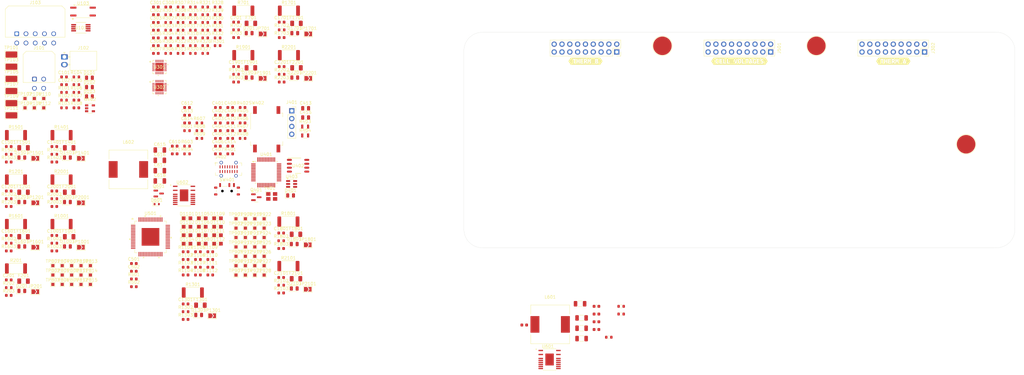
<source format=kicad_pcb>
(kicad_pcb (version 20241229) (generator "pcbnew") (generator_version "9.0")
  (layers (0 "F.Cu" signal) (4 "In1.Cu" signal) (6 "In2.Cu" signal) (2 "B.Cu" signal) (13 "F.Paste" user) (15 "B.Paste" user) (5 "F.SilkS" user "F.Silkscreen") (7 "B.SilkS" user "B.Silkscreen") (1 "F.Mask" user) (3 "B.Mask" user) (25 "Edge.Cuts" user))
  (net 0 "")
  (net 1 "/ADBMS1818/C1")
  (net 2 "Net-(U401-PF0)")
  (net 3 "Net-(U401-PF1)")
  (net 4 "Net-(C405-Pad1)")
  (net 5 "Net-(SW401-B)")
  (net 6 "Net-(C412-Pad2)")
  (net 7 "Net-(U501B-VREF2)")
  (net 8 "Net-(U501B-VREF1)")
  (net 9 "Net-(U601-TR{slash}SS)")
  (net 10 "Net-(U601-INT_Vcc)")
  (net 11 "Net-(U601-FB)")
  (net 12 "Net-(U601-BST)")
  (net 13 "Net-(U601-SW)")
  (net 14 "Net-(U602-TR{slash}SS)")
  (net 15 "Net-(U602-INT_Vcc)")
  (net 16 "Net-(U602-FB)")
  (net 17 "Net-(U602-BST)")
  (net 18 "Net-(U602-SW)")
  (net 19 "/ADBMS1818/C2")
  (net 20 "/ADBMS1818/C3")
  (net 21 "/ADBMS1818/C4")
  (net 22 "/ADBMS1818/C5")
  (net 23 "/ADBMS1818/C6")
  (net 24 "/ADBMS1818/C7")
  (net 25 "/ADBMS1818/C8")
  (net 26 "/ADBMS1818/C9")
  (net 27 "/ADBMS1818/C10")
  (net 28 "/ADBMS1818/C11")
  (net 29 "GND")
  (net 30 "+BATT")
  (net 31 "/ADBMS1818/C12")
  (net 32 "/ADBMS1818/C13")
  (net 33 "/ADBMS1818/C14")
  (net 34 "Net-(D101-K)")
  (net 35 "Net-(D102-K)")
  (net 36 "/BREAKER_OUT")
  (net 37 "Net-(D103-K)")
  (net 38 "Net-(D201-A)")
  (net 39 "Net-(D201-K)")
  (net 40 "Net-(D401-K)")
  (net 41 "Net-(D401-A)")
  (net 42 "Net-(D601-A)")
  (net 43 "Net-(D701-A)")
  (net 44 "Net-(D701-K)")
  (net 45 "Net-(D1001-K)")
  (net 46 "Net-(D1001-A)")
  (net 47 "Net-(D1101-K)")
  (net 48 "/STM32/OV")
  (net 49 "/THERM_B1")
  (net 50 "/THERM_A2")
  (net 51 "/STM32/CAN_COMS")
  (net 52 "Net-(D1102-K)")
  (net 53 "+3.3V")
  (net 54 "Net-(D1103-K)")
  (net 55 "/STM32/DEBUG1")
  (net 56 "/STM32/UV")
  (net 57 "Net-(D1104-K)")
  (net 58 "/STM32/MUX1_COMS")
  (net 59 "Net-(D1105-K)")
  (net 60 "/STM32/OT")
  (net 61 "Net-(D1106-K)")
  (net 62 "Net-(D1107-K)")
  (net 63 "/STM32/BMS_HEARTBEAT")
  (net 64 "Net-(D1108-K)")
  (net 65 "/THERM_A1")
  (net 66 "/STM32/MUX2_COMS")
  (net 67 "Net-(D1109-K)")
  (net 68 "/STM32/UT")
  (net 69 "Net-(D1110-K)")
  (net 70 "/STM32/ADBMS_COMS")
  (net 71 "/STM32/ERROR")
  (net 72 "Net-(D1111-K)")
  (net 73 "/STM32/USB_C_COMS")
  (net 74 "/THERM_B2")
  (net 75 "Net-(D1112-K)")
  (net 76 "Net-(D1201-K)")
  (net 77 "Net-(D1201-A)")
  (net 78 "Net-(D1301-K)")
  (net 79 "Net-(D1301-A)")
  (net 80 "Net-(D1401-K)")
  (net 81 "Net-(D1401-A)")
  (net 82 "Net-(D1501-K)")
  (net 83 "Net-(D1501-A)")
  (net 84 "Net-(D1601-A)")
  (net 85 "Net-(D1601-K)")
  (net 86 "Net-(D1701-K)")
  (net 87 "Net-(D1701-A)")
  (net 88 "Net-(D1801-A)")
  (net 89 "Net-(D1801-K)")
  (net 90 "Net-(D1901-K)")
  (net 91 "Net-(D1901-A)")
  (net 92 "Net-(D2001-A)")
  (net 93 "Net-(D2001-K)")
  (net 94 "Net-(D2101-A)")
  (net 95 "Net-(D2101-K)")
  (net 96 "Net-(D2201-A)")
  (net 97 "Net-(D2201-K)")
  (net 98 "/ADBMS1818/CELL14")
  (net 99 "/I_SENSE_-")
  (net 100 "/I_SENSE_+")
  (net 101 "/THERM_BUSBAR")
  (net 102 "/BMS_SD-")
  (net 103 "/CAN-")
  (net 104 "/ARMED")
  (net 105 "/BMS_SD+")
  (net 106 "/CAN+")
  (net 107 "/BMS_EN")
  (net 108 "/Thermistors/TH_3_A")
  (net 109 "/Thermistors/TH_2_C")
  (net 110 "+5V")
  (net 111 "/Thermistors/TH_2_A")
  (net 112 "/Thermistors/TH_1_D")
  (net 113 "/Thermistors/TH_4_B")
  (net 114 "/Thermistors/TH_2_B")
  (net 115 "/Thermistors/TH_4_D")
  (net 116 "/Thermistors/TH_1_B")
  (net 117 "/Thermistors/TH_3_C")
  (net 118 "/Thermistors/TH_1_A")
  (net 119 "/Thermistors/TH_3_D")
  (net 120 "/Thermistors/TH_3_B")
  (net 121 "/Thermistors/TH_1_C")
  (net 122 "/Thermistors/TH_4_A")
  (net 123 "/Thermistors/TH_4_C")
  (net 124 "/Thermistors/TH_2_D")
  (net 125 "/Thermistors/TH_5_A")
  (net 126 "/Thermistors/TH_6_B")
  (net 127 "/Thermistors/TH_6_D")
  (net 128 "/Thermistors/TH_5_C")
  (net 129 "/Thermistors/TH_5_D")
  (net 130 "/Thermistors/TH_7_C")
  (net 131 "/Thermistors/TH_7_A")
  (net 132 "/Thermistors/TH_6_A")
  (net 133 "/Thermistors/TH_6_C")
  (net 134 "/Thermistors/TH_7_B")
  (net 135 "/Thermistors/TH_7_D")
  (net 136 "/Thermistors/TH_5_B")
  (net 137 "/STM32/SWDIO")
  (net 138 "/STM32/SWCLK")
  (net 139 "Net-(J402-D--PadA7)")
  (net 141 "Net-(J402-CC2)")
  (net 142 "Net-(J402-CC1)")
  (net 144 "Net-(J402-D+-PadA6)")
  (net 145 "Net-(U601-IND)")
  (net 146 "Net-(U602-IND)")
  (net 147 "/Power/PS_EN")
  (net 148 "/BREAKER_EN")
  (net 149 "/BMS_OK")
  (net 150 "Net-(R107-Pad2)")
  (net 151 "/BMS_MISO")
  (net 152 "/ADBMS1818/S1")
  (net 153 "/Thermistors/THERM_AMBIENT")
  (net 154 "/MUX_SDA")
  (net 155 "/MUX_SCL")
  (net 156 "/STM32/BOOT0")
  (net 157 "/STM32/RESET")
  (net 158 "Net-(U501A-IBIAS)")
  (net 159 "Net-(U501A-IPB)")
  (net 160 "Net-(U501A-IMB)")
  (net 161 "Net-(U601-RT)")
  (net 162 "Net-(U602-RT)")
  (net 163 "/ADBMS1818/S2")
  (net 164 "/ADBMS1818/S3")
  (net 165 "/ADBMS1818/S4")
  (net 166 "/ADBMS1818/S5")
  (net 167 "/ADBMS1818/S6")
  (net 168 "/ADBMS1818/S7")
  (net 169 "/ADBMS1818/S8")
  (net 170 "/ADBMS1818/S9")
  (net 171 "/ADBMS1818/S10")
  (net 172 "/ADBMS1818/S11")
  (net 173 "/ADBMS1818/S12")
  (net 174 "/ADBMS1818/S13")
  (net 175 "/ADBMS1818/S14")
  (net 176 "/BMS_CS")
  (net 177 "/BMS_SCK")
  (net 178 "/BMS_MOSI")
  (net 179 "/I_SENSE_AMP")
  (net 185 "/STM32/D+")
  (net 187 "/STM32/TXCAN")
  (net 188 "/STM32/D-")
  (net 189 "/STM32/RXCAN")
  (footprint "OEM:C_0603_1608Metric" (layer "F.Cu") (at 41.955 98.02)
    (property "Reference" "C1001")
    (property "Value" "C_10nF")
  )
  (footprint "TestPoint:TestPoint_Pad_1.0x1.0mm" (layer "F.Cu") (at 104.015 98.69)
    (property "Reference" "TP910")
    (property "Value" "TestPoint")
  )
  (footprint "Fuse:Fuse_1206_3216Metric" (layer "F.Cu") (at 31.955 69.54)
    (property "Reference" "F1501")
    (property "Value" "200mA_Fuse")
  )
  (footprint "Connector_Molex:Molex_Nano-Fit_105313-xx02_1x02_P2.50mm_Horizontal" (layer "F.Cu") (at 45.225 40.02)
    (property "Reference" "J102")
    (property "Value" "Conn_01x02")
  )
  (footprint "Capacitor_SMD:C_1206_3216Metric" (layer "F.Cu") (at 76.225 80.32)
    (property "Reference" "C618")
    (property "Value" "47uF")
  )
  (footprint "Resistor_SMD:R_0603_1608Metric" (layer "F.Cu") (at 45.105 56.56)
    (property "Reference" "R103")
    (property "Value" "10k")
  )
  (footprint "TestPoint:TestPoint_Pad_1.0x1.0mm" (layer "F.Cu") (at 104.015 101.74)
    (property "Reference" "TP911")
    (property "Value" "TestPoint")
  )
  (footprint "Capacitor_SMD:C_0603_1608Metric" (layer "F.Cu") (at 85.065 58.96)
    (property "Reference" "C613")
    (property "Value" "4.7pf")
  )
  (footprint "OEM:R_0603_1608Metric" (layer "F.Cu") (at 99.095 71.51)
    (property "Reference" "R401")
    (property "Value" "120")
  )
  (footprint "Resistor_SMD:R_0603_1608Metric" (layer "F.Cu") (at 86.965 28.83)
    (property "Reference" "R316")
    (property "Value" "100k")
  )
  (footprint "LED_SMD:LED_0805_2012Metric" (layer "F.Cu") (at 118.705 85.025)
    (property "Reference" "D401")
    (property "Value" "WHITE")
  )
  (footprint "Jumper:SolderJumper-2_P1.3mm_Open_TrianglePad1.0x1.5mm" (layer "F.Cu") (at 109.625 32.55)
    (property "Reference" "JP701")
    (property "Value" "SolderJumper_2_Open")
  )
  (footprint "OEM:R_0603_1608Metric" (layer "F.Cu") (at 115.805 48.18)
    (property "Reference" "R2203")
    (property "Value" "100")
  )
  (footprint "Resistor_SMD:R_0603_1608Metric" (layer "F.Cu") (at 94.985 33.85)
    (property "Reference" "R332")
    (property "Value" "3.3k")
  )
  (footprint "Jumper:SolderJumper-2_P1.3mm_Open_TrianglePad1.0x1.5mm" (layer "F.Cu") (at 35.775 116.29)
    (property "Reference" "JP201")
    (property "Value" "SolderJumper_2_Open")
  )
  (footprint "footprints:LED_0805_OEM" (layer "F.Cu") (at 85.065 92.44)
    (property "Reference" "D1101")
    (property "Value" "LED_0805_Red" (hide yes))
  )
  (footprint "Capacitor_SMD:C_0603_1608Metric" (layer "F.Cu") (at 218.06 121.04)
    (property "Reference" "C601" (hide yes))
    (property "Value" "2.2uF")
  )
  (footprint "TestPoint:TestPoint_Pad_1.0x1.0mm" (layer "F.Cu") (at 53.675 107.82)
    (property "Reference" "TP813")
    (property "Value" "TestPoint")
  )
  (footprint "Resistor_SMD:R_0603_1608Metric" (layer "F.Cu") (at 90.975 28.83)
    (property "Reference" "R323")
    (property "Value" "100k")
  )
  (footprint "Diode_SMD:D_SOD-523" (layer "F.Cu") (at 75.22 87.84)
    (property "Reference" "D601")
    (property "Value" "DZ2S082X0L")
  )
  (footprint "BAD_LIB:SOP65P640X120-17N" (layer "F.Cu") (at 84.095 84.99)
    (property "Reference" "U602")
    (property "Value" "~")
  )
  (footprint "OEM:R_0603_1608Metric" (layer "F.Cu") (at 92.615 103.32)
    (property "Reference" "R1109")
    (property "Value" "300")
  )
  (footprint "Resistor_SMD:R_0603_1608Metric" (layer "F.Cu") (at 27.145 100.53)
    (property "Reference" "R1602")
    (property "Value" "100")
  )
  (footprint "TestPoint:TestPoint_Pad_1.0x1.0mm" (layer "F.Cu") (at 41.475 107.82)
    (property "Reference" "TP801")
    (property "Value" "TestPoint")
  )
  (footprint "Resistor_SMD:R_0603_1608Metric" (layer "F.Cu") (at 89.075 63.98)
    (property "Reference" "R608")
    (property "Value" "1M")
  )
  (footprint "LED_SMD:LED_0805_2012Metric" (layer "F.Cu") (at 119.895 115.245)
    (property "Reference" "D2101")
    (property "Value" "WHITE")
  )
  (footprint "Resistor_SMD:R_2512_6332Metric" (layer "F.Cu") (at 44.305 94.31)
    (property "Reference" "R1001")
    (property "Value" "33")
  )
  (footprint "Resistor_SMD:R_0603_1608Metric" (layer "F.Cu") (at 86.965 31.34)
    (property "Reference" "R317")
    (property "Value" "100k")
  )
  (footprint "Capacitor_SMD:C_1206_3216Metric" (layer "F.Cu") (at 213.23 131.51)
    (property "Reference" "C609" (hide yes))
    (property "Value" "47uF")
  )
  (footprint "Connector_PinSocket_2.54mm:PinSocket_2x09_P2.54mm_Vertical" (layer "F.Cu") (at 224.645 38.42 -90)
    (property "Reference" "J301" (hide yes))
    (property "Value" "Conn_02x09_Counter_Clockwise" (hide yes))
  )
  (footprint "Capacitor_SMD:C_0603_1608Metric" (layer "F.Cu") (at 78.945 23.81)
    (property "Reference" "C308")
    (property "Value" "1uF")
  )
  (footprint "Resistor_SMD:R_0603_1608Metric" (layer "F.Cu") (at 100.995 31.23)
    (property "Reference" "R702")
    (property "Value" "100")
  )
  (footprint "Capacitor_SMD:C_0603_1608Metric" (layer "F.Cu") (at 74.935 36.36)
    (property "Reference" "C306")
    (property "Value" "0.1uF")
  )
  (footprint "Resistor_SMD:R_2512_6332Metric" (layer "F.Cu") (at 103.345 25.01)
    (property "Reference" "R701")
    (property "Value" "33")
  )
  (footprint "Capacitor_SMD:C_0603_1608Metric" (layer "F.Cu") (at 99.095 56.45)
    (property "Reference" "C408")
    (property "Value" "100nF")
  )
  (footprint "OEM:R_0603_1608Metric" (layer "F.Cu") (at 41.955 103.04)
    (property "Reference" "R1003")
    (property "Value" "100")
  )
  (footprint "TestPoint:TestPoint_Pad_1.0x1.0mm" (layer "F.Cu") (at 110.115 101.74)
    (property "Reference" "TP925")
    (property "Value" "TestPoint")
  )
  (footprint "Resistor_SMD:R_0603_1608Metric" (layer "F.Cu") (at 49.115 46.52)
    (property "Reference" "R104")
    (property "Value" "10k")
  )
  (footprint "OEM:R_0603_1608Metric" (layer "F.Cu") (at 88.605 108.34)
    (property "Reference" "R1107")
    (property "Value" "220")
  )
  (footprint "Capacitor_SMD:C_0603_1608Metric" (layer "F.Cu") (at 194.6 127.11)
    (property "Reference" "C605" (hide yes))
    (property "Value" "100pf")
  )
  (footprint "Package_QFP:LQFP-48_7x7mm_P0.5mm" (layer "F.Cu") (at 110.785 77.52)
    (property "Reference" "U401")
    (property "Value" "STM32G473CCTx")
  )
  (footprint "OEM:C_0603_1608Metric" (layer "F.Cu") (at 95.085 63.98)
    (property "Reference" "C404")
    (property "Value" "C_0.1uF")
  )
  (footprint "OEM:R_0603_1608Metric" (layer "F.Cu") (at 103.105 58.96)
    (property "Reference" "R405")
    (property "Value" "5.1k")
  )
  (footprint "footprints:LED_0805_OEM" (layer "F.Cu") (at 94.965 100.69)
    (property "Reference" "D1112")
    (property "Value" "LED_0805" (hide yes))
  )
  (footprint "Capacitor_SMD:C_0603_1608Metric" (layer "F.Cu") (at 67.785 107.13)
    (property "Reference" "C501")
    (property "Value" "1uF")
  )
  (footprint "LED_SMD:LED_0805_2012Metric" (layer "F.Cu") (at 105.245 46.735)
    (property "Reference" "D1901")
    (property "Value" "WHITE")
  )
  (footprint "TestPoint:TestPoint_Pad_1.0x1.0mm" (layer "F.Cu") (at 107.065 98.69)
    (property "Reference" "TP917")
    (property "Value" "TestPoint")
  )
  (footprint "Resistor_SMD:R_2512_6332Metric" (layer "F.Cu") (at 86.945 116.56)
    (property "Reference" "R1301")
    (property "Value" "33")
  )
  (footprint "LED_SMD:LED_0805_2012Metric" (layer "F.Cu") (at 53.365 52.865)
    (property "Reference" "D103")
    (property "Value" "BLUE")
  )
  (footprint "Connector_PinSocket_2.54mm:PinSocket_2x09_P2.54mm_Vertical" (layer "F.Cu") (at 274.645 38.42 -90)
    (property "Reference" "J501")
    (property "Value" "Conn_02x09_Counter_Clockwise")
  )
  (footprint "Resistor_SMD:R_0603_1608Metric" (layer "F.Cu") (at 85.065 63.98)
    (property "Reference" "R601")
    (property "Value" "10k")
  )
  (footprint "TestPoint:TestPoint_Keystone_5019_Miniature" (layer "F.Cu") (at 28.015 39.25)
    (property "Reference" "TP101")
    (property "Value" "TP_SMD")
  )
  (footprint "Jumper:SolderJumper-2_P1.3mm_Open_TrianglePad1.0x1.5mm" (layer "F.Cu") (at 124.275 115.5)
    (property "Reference" "JP2101")
    (property "Value" "SolderJumper_2_Open")
  )
  (footprint "OEM:R_0603_1608Metric" (layer "F.Cu") (at 41.955 88.6)
    (property "Reference" "R2003")
    (property "Value" "100")
  )
  (footprint "Capacitor_SMD:C_0603_1608Metric" (layer "F.Cu") (at 81.055 69)
    (property "Reference" "C610")
    (property "Value" "2.2uF")
  )
  (footprint "Resistor_SMD:R_2512_6332Metric" (layer "F.Cu") (at 29.495 108.75)
    (property "Reference" "R201")
    (property "Value" "33")
  )
  (footprint "Capacitor_SMD:C_0603_1608Metric" (layer "F.Cu") (at 74.935 23.81)
    (property "Reference" "C301")
    (property "Value" "1uF")
  )
  (footprint "Resistor_SMD:R_0603_1608Metric" (layer "F.Cu") (at 82.955 23.81)
    (property "Reference" "R307")
    (property "Value" "100k")
  )
  (footprint "OEM:C_0603_1608Metric" (layer "F.Cu") (at 95.085 56.45)
    (property "Reference" "C401")
    (property "Value" "C_8pF")
  )
  (footprint "TestPoint:TestPoint_Pad_1.0x1.0mm" (layer "F.Cu") (at 110.115 107.84)
    (property "Reference" "TP927")
    (property "Value" "TestPoint")
  )
  (footprint "Resistor_SMD:R_0603_1608Metric" (layer "F.Cu") (at 115.645 114.18)
    (property "Reference" "R2102")
    (property "Value" "100")
  )
  (footprint "OEM:C_0603_1608Metric" (layer "F.Cu") (at 115.645 97.23)
    (property "Reference" "C1801")
    (property "Value" "C_10nF")
  )
  (footprint "TestPoint:TestPoint_Pad_1.0x1.0mm" (layer "F.Cu") (at 104.015 92.59)
    (property "Reference" "TP908")
    (property "Value" "TestPoint")
  )
  (footprint "OEM:C_0603_1608Metric" (layer "F.Cu") (at 41.955 83.58)
    (property "Reference" "C2001")
    (property "Value" "C_10nF")
  )
  (footprint "TestPoint:TestPoint_Pad_1.0x1.0mm" (layer "F.Cu") (at 104.015 95.64)
    (property "Reference" "TP909")
    (property "Value" "TestPoint")
  )
  (footprint "LED_SMD:LED_0805_2012Metric" (layer "F.Cu") (at 31.395 101.595)
    (property "Reference" "D1601")
    (property "Value" "WHITE")
  )
  (footprint "Jumper:SolderJumper-2_P1.3mm_Open_TrianglePad1.0x1.5mm" (layer "F.Cu") (at 124.435 46.99)
    (property "Reference" "JP2201")
    (property "Value" "SolderJumper_2_Open")
  )
  (footprint "OEM:SOT-23-5" (layer "F.Cu") (at 53.545 56.71)
    (property "Reference" "U102")
    (property "Value" "74AHC1G08")
  )
  (footprint "LED_SMD:LED_0805_2012Metric" (layer "F.Cu") (at 120.055 32.295)
    (property "Reference" "D1701")
    (property "Value" "WHITE")
  )
  (footprint "TestPoint:TestPoint_Pad_1.0x1.0mm" (layer "F.Cu") (at 50.625 110.87)
    (property "Reference" "TP811")
    (property "Value" "TestPoint")
  )
  (footprint "OEM:R_0603_1608Metric" (layer "F.Cu") (at 84.595 125.29)
    (property "Reference" "R1303")
    (property "Value" "100")
  )
  (footprint "Resistor_SMD:R_0603_1608Metric" (layer "F.Cu") (at 86.965 38.87)
    (property "Reference" "R320")
    (property "Value" "100k")
  )
  (footprint "Package_TO_SOT_SMD:SOT-23" (layer "F.Cu") (at 75.855 84.395)
    (property "Reference" "Q601")
    (property "Value" "SQ2337ES")
  )
  (footprint "OEM:C_0603_1608Metric" (layer "F.Cu") (at 95.085 58.96)
    (property "Reference" "C402")
    (property "Value" "C_8pF")
  )
  (footprint "OEM:R_0603_1608Metric" (layer "F.Cu") (at 88.605 110.85)
    (property "Reference" "R1108")
    (property "Value" "120")
  )
  (footprint "OEM:R_0603_1608Metric" (layer "F.Cu") (at 84.595 110.85)
    (property "Reference" "R1104")
    (property "Value" "300")
  )
  (footprint "footprints:LED_0805_OEM" (layer "F.Cu") (at 85.065 97.94)
    (property "Reference" "D1103")
    (property "Value" "LED_0805_Amber" (hide yes))
  )
  (footprint "Connector_USB:USB_C_Receptacle_G-Switch_GT-USB-7051x" (layer "F.Cu") (at 98.575 76.49)
    (property "Reference" "J402")
    (property "Value" "USB_C_Receptacle_USB2.0_16P")
  )
  (footprint "Capacitor_SMD:C_0805_2012Metric" (layer "F.Cu") (at 123.585 56.7)
    (property "Reference" "C413")
    (property "Value" "4.7uF")
  )
  (footprint "Inductor_SMD:L_12x12mm_H4.5mm" (layer "F.Cu") (at 66.015 76.57)
    (property "Reference" "L602")
    (property "Value" "22uH")
  )
  (footprint "Resistor_SMD:R_0603_1608Metric" (layer "F.Cu") (at 226.08 121.04)
    (property "Reference" "R605" (hide yes))
    (property "Value" "1M")
  )
  (footprint "Resistor_SMD:R_0603_1608Metric" (layer "F.Cu") (at 94.985 26.32)
    (property "Reference" "R329")
    (property "Value" "100k")
  )
  (footprint "footprints:LED_0805_OEM" (layer "F.Cu") (at 90.015 97.94)
    (property "Reference" "D1107")
    (property "Value" "LED_0805_Amber" (hide yes))
  )
  (footprint "OEM:R_0603_1608Metric" (layer "F.Cu") (at 92.615 105.83)
    (property "Reference" "R1110")
    (property "Value" "120")
  )
  (footprint "TestPoint:TestPoint_Pad_1.0x1.0mm" (layer "F.Cu") (at 35.465 53.52)
    (property "Reference" "TP106")
    (property "Value" "TestPoint")
  )
  (footprint "TestPoint:TestPoint_Pad_1.0x1.0mm" (layer "F.Cu") (at 110.115 104.79)
    (property "Reference" "TP926")
    (property "Value" "TestPoint")
  )
  (footprint "OEM:C_0603_1608Metric" (layer "F.Cu") (at 100.995 28.72)
    (property "Reference" "C701")
    (property "Value" "C_10nF")
  )
  (footprint "Resistor_SMD:R_0603_1608Metric" (layer "F.Cu") (at 100.995 45.67)
    (property "Reference" "R1902")
    (property "Value" "100")
  )
  (footprint "Fuse:Fuse_1206_3216Metric" (layer "F.Cu") (at 120.455 97.63)
    (property "Reference" "F1801")
    (property "Value" "200mA_Fuse")
  )
  (footprint "TestPoint:TestPoint_Pad_1.0x1.0mm" (layer "F.Cu") (at 100.965 101.74)
    (property "Reference" "TP904")
    (property "Value" "TestPoint")
  )
  (footprint "Resistor_SMD:R_0603_1608Metric" (layer "F.Cu") (at 103.105 66.49)
    (property "Reference" "R408")
    (property "Value" "400")
  )
  (footprint "LED_SMD:LED_0805_2012Metric" (layer "F.Cu") (at 31.395 116.035)
    (property "Reference" "D201")
    (property "Value" "WHITE")
  )
  (footprint "OEM:R_0603_1608Metric" (layer "F.Cu") (at 115.805 33.74)
    (property "Reference" "R1703")
    (property "Value" "100")
  )
  (footprint "Resistor_SMD:R_0603_1608Metric" (layer "F.Cu") (at 90.975 23.81)
    (property "Reference" "R321")
    (property "Value" "100k")
  )
  (footprint "footprints:LED_0805_OEM" (layer "F.Cu") (at 94.965 97.94)
    (property "Reference" "D1111")
    (property "Value" "LED_0805_Red" (hide yes))
  )
  (footprint "Fuse:Fuse_1206_3216Metric" (layer "F.Cu") (at 105.805 29.12)
    (property "Reference" "F701")
    (property "Value" "200mA_Fuse")
  )
  (footprint "OEM:C_0603_1608Metric" (layer "F.Cu") (at 95.085 61.47)
    (property "Reference" "C403")
    (property "Value" "C_0.1uF")
  )
  (footprint "Capacitor_SMD:C_0603_1608Metric" (layer "F.Cu") (at 99.095 63.98)
    (property "Reference" "C411")
    (property "Value" "100nF")
  )
  (footprint "footprints:LED_0805_OEM" (layer "F.Cu") (at 85.065 100.69)
    (property "Reference" "D1104")
    (property "Value" "LED_0805_Red" (hide yes))
  )
  (footprint "Resistor_SMD:R_0603_1608Metric" (layer "F.Cu") (at 78.945 26.32)
    (property "Reference" "R301")
    (property "Value" "100k")
  )
  (footprint "OEM:C_0603_1608Metric" (layer "F.Cu") (at 115.645 111.67)
    (property "Reference" "C2101")
    (property "Value" "C_10nF")
  )
  (footprint "footprints:LED_0805_OEM" (layer "F.Cu") (at 90.015 95.19)
    (property "Reference" "D1106")
    (property "Value" "LED_0805_Red" (hide yes))
  )
  (footprint "Resistor_SMD:R_2512_6332Metric" (layer "F.Cu") (at 44.305 65.43)
    (property "Reference" "R1401")
    (property "Value" "33")
  )
  (footprint "TestPoint:TestPoint_Pad_1.0x1.0mm" (layer "F.Cu") (at 107.065 92.59)
    (property "Reference" "TP915")
    (property "Value" "TestPoint")
  )
  (footprint "Fuse:Fuse_1206_3216Metric" (layer "F.Cu") (at 46.765 69.54)
    (property "Reference" "F1401")
    (property "Value" "200mA_Fuse")
  )
  (footprint "footprints:R_0805_OEM" (layer "F.Cu") (at 123.435 65.535)
    (property "Reference" "R404")
    (property "Value" "100" (hide yes))
  )
  (footprint "LED_SMD:LED_0805_2012Metric" (layer "F.Cu") (at 31.395 87.155)
    (property "Reference" "D1201")
    (property "Value" "WHITE")
  )
  (footprint "Resistor_SMD:R_2512_6332Metric" (layer "F.Cu") (at 117.995 107.96)
    (property "Reference" "R2101")
    (property "Value" "33")
  )
  (footprint "Connector_PinSocket_2.54mm:PinSocket_1x04_P2.54mm_Vertical" (layer "F.Cu") (at 119.085 57.52)
    (property "Reference" "J401")
    (property "Value" "Conn_01x04_Socket")
  )
  (footprint "LED_SMD:LED_0805_2012Metric" (layer "F.Cu") (at 46.205 101.595)
    (property "Reference" "D1001")
    (property "Value" "WHITE")
  )
  (footprint "Resistor_SMD:R_0603_1608Metric" (layer "F.Cu") (at 94.985 23.81)
    (property "Reference" "R328")
    (property "Value" "100k")
  )
  (footprint "Resistor_SMD:R_0603_1608Metric" (layer "F.Cu") (at 78.945 33.85)
    (property "Reference" "R304")
    (property "Value" "100k")
  )
  (footprint "OEM:C_0603_1608Metric" (layer "F.Cu") (at 27.145 69.14)
    (property "Reference" "C1501")
    (property "Value" "C_10nF")
  )
  (footprint "TestPoint:TestPoint_Pad_1.0x1.0mm" (layer "F.Cu") (at 35.465 56.57)
    (property "Reference" "TP108")
    (property "Value" "TestPoint")
  )
  (footprint "TestPoint:TestPoint_Pad_1.0x1.0mm" (layer "F.Cu") (at 44.525 107.82)
    (property "Reference" "TP804")
    (property "Value" "TestPoint")
  )
  (footprint "LED_SMD:LED_0805_2012Metric" (layer "F.Cu") (at 53.365 46.785)
    (property "Reference" "D101")
    (property "Value" "WHITE")
  )
  (footprint "Resistor_SMD:R_0603_1608Metric" (layer "F.Cu") (at 90.975 33.85)
    (property "Reference" "R325")
    (property "Value" "100k")
  )
  (footprint "Capacitor_SMD:C_0603_1608Metric" (layer "F.Cu") (at 85.065 61.47)
    (property "Reference" "C614")
    (property "Value" "100pf")
  )
  (footprint "BAD_LIB:21-0139I_T2844-1_MXM" (layer "F.Cu") (at 76.1097 43.3047)
    (property "Reference" "U301")
    (property "Value" "MAX14661ETI+T")
  )
  (footprint "kibuzzard-68FE9708" (layer "F.Cu") (at 264.52 41.42)
    (property "Reference" "kibuzzard-68FE9708" (hide yes))
    (property "Value" "G***" (hide yes))
  )
  (footprint "Fuse:Fuse_1206_3216Metric" (layer "F.Cu") (at 105.805 43.56)
    (property "Reference" "F1901")
    (property "Value" "200mA_Fuse")
  )
  (footprint "Capacitor_SMD:C_1206_3216Metric" (layer "F.Cu") (at 76.225 76.97)
    (property "Reference" "C617")
    (property "Value" "47uF")
  )
  (footprint "Capacitor_SMD:C_1206_3216Metric" (layer "F.Cu") (at 76.225 70.27)
    (property "Reference" "C615")
    (property "Value" "47uF")
  )
  (footprint "footprints:LQFP-64-1EP_12x12_P0.5" (layer "F.Cu") (at 73.187997 98.472997)
    (property "Reference" "U501")
    (property "Value" "ADBMS1818" (hide yes))
  )
  (footprint "BAD_LIB:SOP65P640X120-17N" (layer "F.Cu") (at 202.8325 138.31)
    (property "Reference" "U601")
    (property "Value" "~")
  )
  (footprint "Resistor_SMD:R_0603_1608Metric" (layer "F.Cu") (at 78.945 36.36)
    (property "Reference" "R305")
    (property "Value" "100k")
  )
  (footprint "Fuse:Fuse_1206_3216Metric" (layer "F.Cu") (at 31.955 98.42)
    (property "Reference" "F1601")
    (property "Value" "200mA_Fuse")
  )
  (footprint "Resistor_SMD:R_0603_1608Metric" (layer "F.Cu") (at 82.955 38.87)
    (property "Reference" "R313")
    (property "Value" "100k")
  )
  (footprint "Resistor_SMD:R_0603_1608Metric" (layer "F.Cu") (at 41.955 86.09)
    (property "Reference" "R2002")
    (property "Value" "100")
  )
  (footprint "Resistor_SMD:R_0603_1608Metric" (layer "F.Cu") (at 86.965 23.81)
    (property "Reference" "R314")
    (property "Value" "100k")
  )
  (footprint "TestPoint:TestPoint_Pad_1.0x1.0mm" (layer "F.Cu") (at 107.065 95.64)
    (property "Reference" "TP916")
    (property "Value" "TestPoint")
  )
  (footprint "Resistor_SMD:R_0603_1608Metric" (layer "F.Cu") (at 27.145 71.65)
    (property "Reference" "R1502")
    (property "Value" "100")
  )
  (footprint "footprints:Crystal_SMD_FA238" (layer "F.Cu") (at 112.57 85.345)
    (property "Reference" "Y401")
    (property "Value" "48 MHZ" (hide yes))
  )
  (footprint "OEM:R_0603_1608Metric" (layer "F.Cu") (at 49.115 56.56)
    (property "Reference" "R108")
    (property "Value" "5k")
  )
  (footprint "OEM:R_0603_1608Metric" (layer "F.Cu") (at 67.785 112.15)
    (property "Reference" "R501")
    (property "Value" "20k")
  )
  (footprint "TestPoint:TestPoint_Pad_1.0x1.0mm" (layer "F.Cu") (at 50.625 113.92)
    (property "Reference" "TP812")
    (property "Value" "TestPoint")
  )
  (footprint "OEM:R_0603_1608Metric" (layer "F.Cu") (at 92.615 110.85)
    (property "Reference" "R1112")
    (property "Value" "120")
  )
  (footprint "Capacitor_SMD:C_0603_1608Metric" (layer "F.Cu") (at 218.06 126.06)
    (property "Reference" "C603" (hide yes))
    (property "Value" "2.2uF")
  )
  (footprint "Capacitor_SMD:C_0603_1608Metric" (layer "F.Cu") (at 85.065 56.45)
    (property "Reference" "C612")
    (property "Value" "2.2uF")
  )
  (footprint "Resistor_SMD:R_0603_1608Metric" (layer "F.Cu") (at 85.065 69)
    (property "Reference" "R603")
    (property "Value" "1M")
  )
  (footprint "TestPoint:TestPoint_Pad_1.0x1.0mm" (layer "F.Cu") (at 107.065 107.84)
    (property "Reference" "TP920")
    (property "Value" "TestPoint")
  )
  (footprint "TestPoint:TestPoint_Pad_1.0x1.0mm" (layer "F.Cu") (at 32.415 53.52)
    (property "Reference" "TP102")
    (property "Value" "TestPoint")
  )
  (footprint "TestPoint:TestPoint_Pad_1.0x1.0mm" (layer "F.Cu") (at 47.575 107.82)
    (property "Reference" "TP807")
    (property "Value" "TestPoint")
  )
  (footprint "OEM:R_0603_1608Metric" (layer "F.Cu") (at 27.145 117.48)
    (property "Reference" "R203")
    (property "Value" "100")
  )
  (footprint "Button_Switch_SMD:SW_MEC_5GSH9" (layer "F.Cu") (at 110.935 63.52)
    (property "Reference" "SW402")
    (property "Value" "SW_MEC_5G")
  )
  (footprint "TestPoint:TestPoint_Keystone_5019_Miniature" (layer "F.Cu") (at 28.015 51.1)
    (property "Reference" "TP107")
    (property "Value" "TP_SMD")
  )
  (footprint "LED_SMD:LED_0805_2012Metric" (layer "F.Cu") (at 46.205 72.715)
    (property "Reference" "D1401")
    (property "Value" "WHITE")
  )
  (footprint "LED_SMD:LED_0805_2012Metric" (layer "F.Cu") (at 120.055 46.735)
    (property "Reference" "D2201")
    (property "Value" "WHITE")
  )
  (footprint "TestPoint:TestPoint_Pad_D4.0mm" (layer "F.Cu") (at 338.145 68.395)
    (property "Reference" "REF**" (hide yes))
    (property "Value" "TestPoint_Pad_D4.0mm" (hide yes))
  )
  (footprint "Capacitor_SMD:C_1206_3216Metric" (layer "F.Cu") (at 76.225 73.62)
    (property "Reference" "C616")
    (property "Value" "47uF")
  )
  (footprint "Capacitor_SMD:C_0603_1608Metric" (layer "F.Cu") (at 74.935 31.34)
    (property "Reference" "C304")
    (property "Value" "1uF")
  )
  (footprint "TestPoint:TestPoint_Pad_1.0x1.0mm" (layer "F.Cu") (at 107.065 110.89)
    (property "Reference" "TP921")
    (property "Value" "TestPoint")
  )
  (footprint "footprints:LED_0805_OEM" (layer "F.Cu") (at 94.965 92.44)
    (property "Reference" "D1109")
    (property "Value" "LED_0805_Red" (hide yes))
  )
  (footprint "OEM:R_0603_1608Metric" (layer "F.Cu") (at 103.105 63.98)
    (property "Reference" "R407")
    (property "Value" "5.1k")
  )
  (footprint "TestPoint:TestPoint_Pad_1.0x1.0mm" (layer "F.Cu") (at 100.965 98.69)
    (property "Reference" "TP903")
    (property "Value" "TestPoint")
  )
  (footprint "Resistor_SMD:R_0603_1608Metric" (layer "F.Cu") (at 115.805 45.67)
    (property "Reference" "R2202")
    (property "Value" "100")
  )
  (footprint "Connector_Molex:Molex_Micro-Fit_3.0_43045-1000_2x05_P3.00mm_Horizontal" (layer "F.Cu") (at 29.745 32.5)
    (property "Reference" "J103")
    (property "Value" "Conn_02x05_Top_Bottom")
  )
  (footprint "TestPoint:TestPoint_Pad_1.0x1.0mm" (layer "F.Cu") (at 38.515 56.57)
    (property "Reference" "TP112")
    (property "Value" "TestPoint")
  )
  (footprint "TestPoint:TestPoint_Pad_1.0x1.0mm" (layer "F.Cu") (at 47.575 113.92)
    (property "Reference" "TP809")
    (property "Value" "TestPoint")
  )
  (footprint "OEM:R_0603_1608Metric" (layer "F.Cu") (at 84.595 103.32)
    (property "Reference" "R1101")
    (property "Value" "300")
  )
  (footprint "OEM:C_0603_1608Metric" (layer "F.Cu") (at 45.105 46.52)
    (property "Reference" "C101")
    (property "Value" "C_0.1uF")
  )
  (footprint "Capacitor_SMD:C_0603_1608Metric" (layer "F.Cu") (at 74.935 38.87)
    (property "Reference" "C307")
    (property "Value" "1uF")
  )
  (footprint "Inductor_SMD:L_12x12mm_H4.5mm" (layer "F.Cu") (at 203.02 126.91)
    (property "Reference" "L601")
    (property "Value" "22uH")
  )
  (footprint "Resistor_SMD:R_0603_1608Metric" (layer "F.Cu") (at 27.145 114.97)
    (property "Reference" "R202")
    (property "Value" "100")
  )
  (footprint "footprints:LED_0805_OEM" (layer "F.Cu") (at 94.965 95.19)
    (property "Reference" "D1110")
    (property "Value" "LED_0805" (hide yes))
  )
  (footprint "BAD_LIB:SO_011IST_STM-M" (layer "F.Cu") (at 50.5711 30.5494)
    (property "Reference" "U101")
    (property "Value" "TSC2011IST")
  )
  (footprint "Resistor_SMD:R_0603_1608Metric" (layer "F.Cu") (at 226.08 123.55)
    (property "Reference" "R606" (hide yes))
    (property "Value" "191k")
  )
  (footprint "Resistor_SMD:R_0603_1608Metric" (layer "F.Cu") (at 27.145 86.09)
    (property "Reference" "R1202")
    (property "Value" "100")
  )
  (footprint "TestPoint:TestPoint_Keystone_5019_Miniature" (layer "F.Cu") (at 28.015 59)
    (property "Reference" "TP111")
    (property "Value" "TP_SMD")
  )
  (footprint "Connector_Molex:Molex_Micro-Fit_3.0_43045-0400_2x02_P3.00mm_Horizontal" (layer "F.Cu") (at 35.495 47.22)
    (property "Reference" "J101")
    (property "Value" "Conn_02x02_Counter_Clockwise")
  )
  (footprint "Capacitor_SMD:C_1206_3216Metric" (layer "F.Cu") (at 213.23 124.81)
    (property "Reference" "C607" (hide yes))
    (property "Value" "47uF")
  )
  (footprint "OEM:C_0603_1608Metric" (layer "F.Cu") (at 95.085 66.49)
    (property "Reference" "C405")
    (property "Value" "C_0.1uF")
  )
  (footprint "Jumper:SolderJumper-2_P1.3mm_Open_TrianglePad1.0x1.5mm" (layer "F.Cu") (at 35.775 72.97)
    (property "Reference" "JP1501")
    (property "Value" "SolderJumper_2_Open")
  )
  (footprint "Resistor_SMD:R_0603_1608Metric" (layer "F.Cu") (at 90.975 36.36)
    (property "Reference" "R326")
    (property "Value" "100k")
  )
  (footprint "OEM:C_0603_1608Metric" (layer "F.Cu") (at 41.955 69.14)
    (property "Reference" "C1401")
    (property "Value" "C_10nF")
  )
  (footprint "kibuzzard-68FE96E6" (layer "F.Cu") (at 214.495 41.42)
    (property "Reference" "kibuzzard-68FE96E6" (hide yes))
    (property "Value" "G***" (hide yes))
  )
  (footprint "Resistor_SMD:R_2512_6332Metric" (layer "F.Cu") (at 29.495 79.87)
    (property "Reference" "R1201")
    (property "Value" "33")
  )
  (footprint "TestPoint:TestPoint_Pad_1.0x1.0mm" (layer "F.Cu") (at 110.115 92.59)
    (property "Reference" "TP922")
    (property "Value" "TestPoint")
  )
  (footprint "LED_SMD:LED_0805_2012Metric" (layer "F.Cu") (at 88.845 123.845)
    (property "Reference" "D1301")
    (property "Value" "WHITE")
  )
  (footprint "Resistor_SMD:R_0603_1608Metric" (layer "F.Cu") (at 82.955 36.36)
    (property "Reference" "R312")
    (property "Value" "100k")
  )
  (footprint "Fuse:Fuse_1206_3216Metric" (layer "F.Cu") (at 31.955 112.86)
    (property "Reference" "F201")
    (property "Value" "200mA_Fuse")
  )
  (footprint "TestPoint:TestPoint_Keystone_5019_Miniature" (layer "F.Cu") (at 28.015 43.2)
    (property "Reference" "TP103")
    (property "Value" "TP_SMD")
  )
  (footprint "TestPoint:TestPoint_Keystone_5019_Miniature" (layer "F.Cu") (at 28.015 47.15)
    (property "Reference" "TP105")
    (property "Value" "TP_SMD")
  )
  (footprint "OEM:R_0603_1608Metric" (layer "F.Cu") (at 27.145 88.6)
    (property "Reference" "R1203")
    (property "Value" "100")
  )
  (footprint "Resistor_SMD:R_0603_1608Metric" (layer "F.Cu") (at 49.115 51.54)
    (property "Reference" "R106")
    (property "Value" "60")
  )
  (footprint "TestPoint:TestPoint_Pad_1.0x1.0mm" (layer "F.Cu") (at 44.525 110.87)
    (property "Reference" "TP805")
    (property "Value" "TestPoint")
  )
  (footprint "Resistor_SMD:R_0603_1608Metric" (layer "F.Cu") (at 78.945 28.83)
    (property "Reference" "R302")
    (property "Value" "100k")
  )
  (footprint "Resistor_SMD:R_0603_1608Metric" (layer "F.Cu") (at 41.955 100.53)
    (property "Reference" "R1002")
    (property "Value" "100")
  )
  (footprint "Resistor_SMD:R_0603_1608Metric" (layer "F.Cu") (at 85.065 71.51)
    (property "Reference" "R604")
    (property "Value" "10k")
  )
  (footprint "Fuse:Fuse_1206_3216Metric" (layer "F.Cu") (at 46.765 83.98)
    (property "Reference" "F2001")
    (property "Value" "200mA_Fuse")
  )
  (footprint "Fuse:Fuse_1206_3216Metric" (layer "F.Cu") (at 31.955 83.98)
    (property "Reference" "F1201")
    (property "Value" "200mA_Fuse")
  )
  (footprint "Jumper:SolderJumper-2_P1.3mm_Open_TrianglePad1.0x1.5mm" (layer "F.Cu") (at 124.435 32.55)
    (property "Reference" "JP1701")
    (property "Value" "SolderJumper_2_Open")
  )
  (footprint "Resistor_SMD:R_0603_1608Metric" (layer "F.Cu") (at 94.985 28.83)
    (property "Reference" "R330")
    (property "Value" "100k")
  )
  (footprint "Capacitor_SMD:C_0603_1608Metric" (layer "F.Cu") (at 218.06 128.57)
    (property "Reference" "C604" (hide yes))
    (property "Value" "4.7pf")
  )
  (footprint "OEM:R_0603_1608Metric" (layer "F.Cu") (at 88.605 103.32)
    (property "Reference" "R1105")
    (property "Value" "120")
  )
  (footprint "TestPoint:TestPoint_Pad_1.0x1.0mm" (layer "F.Cu") (at 104.015 107.84)
    (property "Reference" "TP913")
    (property "Value" "TestPoint")
  )
  (footprint "Capacitor_SMD:C_0603_1608Metric" (layer "F.Cu") (at 95.085 69)
    (property "Reference" "C406")
    (property "Value" "100nF")
  )
  (footprint "Resistor_SMD:R_0603_1608Metric" (layer "F.Cu") (at 94.985 36.36)
    (property "Reference" "TH301")
    (property "Value" "Thermistor")
  )
  (footprint "Resistor_SMD:R_0603_1608Metric" (layer "F.Cu") (at 115.645 99.74)
    (property "Reference" "R1802")
    (property "Value" "100")
  )
  (footprint "OEM:R_0603_1608Metric" (layer "F.Cu") (at 67.785 114.66)
    (property "Reference" "R502")
    (property "Value" "100")
  )
  (footprint "Connector_PinSocket_2.54mm:PinSocket_2x09_P2.54mm_Vertical" (layer "F.Cu") (at 324.645 38.42 -90)
    (property "Reference" "J302")
    (property "Value" "Conn_02x09_Counter_Clockwise")
  )
  (footprint "Resistor_SMD:R_0603_1608Metric" (layer "F.Cu") (at 86.965 33.85)
    (property "Reference" "R318")
    (property "Value" "100k")
  )
  (footprint "Resistor_SMD:R_0603_1608Metric" (layer "F.Cu") (at 82.955 26.32)
    (property "Reference" "R308")
    (property "Value" "100k")
  )
  (footprint "Capacitor_SMD:C_1206_3216Metric" (layer "F.Cu") (at 212.74 120.2)
    (property "Reference" "C606" (hide yes))
    (property "Value" "47uF")
  )
  (footprint "TestPoint:TestPoint_Pad_1.0x1.0mm" (layer "F.Cu") (at 104.015 104.79)
    (property "Reference" "TP912")
    (property "Value" "TestPoint")
  )
  (footprint "Resistor_SMD:R_0603_1608Metric" (layer "F.Cu") (at 86.965 36.36)
    (property "Reference" "R319")
    (property "Value" "100k")
  )
  (footprint "Resistor_SMD:R_0603_1608Metric" (layer "F.Cu") (at 115.805 31.23)
    (property "Reference" "R1702")
    (property "Value" "100")
  )
  (footprint "Capacitor_SMD:C_0603_1608Metric" (layer "F.Cu") (at 99.095 69)
    (property "Reference" "C414")
    (property "Value" "1uF")
  )
  (footprint "TestPoint:TestPoint_Pad_1.0x1.0mm" (layer "F.Cu") (at 53.675 113.92)
    (property "Reference" "TP815")
    (property "Value" "TestPoint")
  )
  (footprint "Button_Switch_SMD:SW_SPDT_Shouhan_MSK12C02" (layer "F.Cu") (at 98.055 83.59)
    (property "Reference" "SW401")
    (property "Value" "SW_SPDT")
  )
  (footprint "footprints:LED_0805_OEM" (layer "F.Cu") (at 85.065 95.19)
    (property "Reference" "D1102")
    (property "Value" "LED_0805" (hide yes))
  )
  (footprint "OEM:C_0603_1608Metric" (layer "F.Cu") (at 99.095 66.49)
    (property "Reference" "C412")
    (property "Value" "C_100nF")
  )
  (footprint "TestPoint:TestPoint_Pad_1.0x1.0mm" (layer "F.Cu") (at 50.625 107.82)
    (property "Reference" "TP810")
    (property "Value" "TestPoint")
  )
  (footprint "Jumper:SolderJumper-2_P1.3mm_Open_TrianglePad1.0x1.5mm" (layer "F.Cu") (at 35.775 87.41)
    (property "Reference" "JP1201")
    (property "Value" "SolderJumper_2_Open")
  )
  (footprint "TestPoint:TestPoint_Pad_1.0x1.0mm" (layer "F.Cu") (at 100.965 110.89)
    (property "Reference" "TP907")
    (property "Value" "TestPoint")
  )
  (footprint "Resistor_SMD:R_0603_1608Metric" (layer "F.Cu") (at 222.07 131.08)
    (property "Reference" "R602" (hide yes))
    (property "Value" "25.5k")
  )
  (footprint "TestPoint:TestPoint_Pad_1.0x1.0mm" (layer "F.Cu") (at 32.415 56.57)
    (property "Reference" "TP104")
    (property "Value" "TestPoint")
  )
  (footprint "Fuse:Fuse_1206_3216Metric" (layer "F.Cu") (at 120.455 112.07)
    (property "Reference" "F2101")
    (property "Value" "200mA_Fuse")
  )
  (footprint "OEM:C_0603_1608Metric" (layer "F.Cu") (at 45.105 49.03)
    (property "Reference" "C102")
    (property "Value" "C_0.1uF")
  )
  (footprint "Resistor_SMD:R_0603_1608Metric" (layer "F.Cu") (at 45.105 51.54)
    (property "Reference" "R101")
    (property "Value" "60")
  )
  (footprint "OEM:R_0603_1608Metric" (layer "F.Cu") (at 88.605 105.83)
    (property "Reference" "R1106")
    (property "Value" "300")
  )
  (footprint "OEM:R_0603_1608Metric" (layer "F.Cu") (at 84.595 105.83)
    (property "Reference" "R1102")
    (property "Value" "120")
  )
  (footprint "Capacitor_SMD:C_0603_1608Metric" (layer "F.Cu") (at 218.06 123.55)
    (property "Reference" "C602" (hide yes))
    (property "Value" "100pf")
  )
  (footprint "footprints:LED_0805_OEM" (layer "F.Cu") (at 90.015 92.44)
    (property "Reference" "D1105")
    (property "Value" "LED_0805" (hide yes))
  )
  (footprint "Resistor_SMD:R_2512_6332Metric" (layer "F.Cu") (at 44.305 79.87)
    (property "Reference" "R2001")
    (property "Value" "33")
  )
  (footprint "footprints:R_0805_OEM" (layer "F.Cu") (at 123.435 62.655)
    (property "Reference" "R403")
    (property "Value" "10k" (hide yes))
  )
  (footprint "BAD_LIB:D0008A_M" (layer "F.Cu") (at 121.135002 75.369999)
    (property "Reference" "U402")
    (property "Value" "TCAN1042VDRQ1")
  )
  (footprint "footprints:LED_0805_OEM" (layer "F.Cu") (at 90.015 100.69)
    (property "Reference" "D1108")
    (property "Value" "LED_0805" (hide yes))
  )
  (footprint "Resistor_SMD:R_0603_1608Metric" (layer "F.Cu") (at 78.945 31.34)
    (property "Reference" "R303")
    (property "Value" "100k")
  )
  (footprint "Resistor_SMD:R_0603_1608Metric" (layer "F.Cu") (at 90.975 26.32)
    (property "Reference" "R322")
    (property "Value" "100k")
  )
  (footprint "Capacitor_SMD:C_0603_1608Metric" (layer "F.Cu") (at 81.055 71.51)
    (property "Reference" "C611")
    (property "Value" "100pf")
  )
  (footprint "LED_SMD:LED_0805_2012Metric" (layer "F.Cu") (at 31.395 72.715)
    (property "Reference" "D1501")
    (property "Value" "WHITE")
  )
  (footprint "Jumper:SolderJumper-2_P1.3mm_Open_TrianglePad1.0x1.5mm" (layer "F.Cu") (at 50.585 87.41)
    (property "Reference" "JP2001")
    (property "Value" "SolderJumper_2_Open")
  )
  (footprint "LED_SMD:LED_0805_2012Metric" (layer "F.Cu") (at 53.365 49.825)
    (property "Reference" "D102")
    (property "Value" "WHITE")
  )
  (footprint "Resistor_SMD:R_0603_1608Metric" (layer "F.Cu") (at 41.955 71.65)
    (property "Reference" "R1402")
    (property "Value" "100")
  )
  (footprint "OEM:R_0603_1608Metric" (layer "F.Cu") (at 84.595 108.34)
    (property "Reference" "R1103")
    (property "Value" "220")
  )
  (footprint "Jumper:SolderJumper-2_P1.3mm_Open_TrianglePad1.0x1.5mm" (layer "F.Cu") (at 124.275 101.06)
    (property "Reference" "JP1801")
    (property "Value" "SolderJumper_2_Open")
  )
  (footprint "TestPoint:TestPoint_Pad_1.0x1.0mm" (layer "F.Cu") (at 107.065 104.79)
    (property "Reference" "TP919")
    (property "Value" "TestPoint")
  )
  (footprint "TestPoint:TestPoint_Pad_1.0x1.0mm" (layer "F.Cu") (at 41.475 110.87)
    (property "Reference" "TP802")
    (property "Value" "TestPoint")
  )
  (footprint "Resistor_SMD:R_2512_6332Metric" (layer "F.Cu") (at 117.995 93.52)
    (property "Reference" "R1801")
    (property "Value" "33")
  )
  (footprint "OEM:R_0603_1608Metric" (layer "F.Cu") (at 103.105 61.47)
    (property "Reference" "R406")
    (property "Value" "5.1k")
  )
  (footprint "Resistor_SMD:R_2512_6332Metric" (layer "F.Cu") (at 118.155 25.01)
    (property "Reference" "R1701")
    (property "Value" "33")
  )
  (footprint "OEM:R_0603_1608Metric" (layer "F.Cu") (at 92.615 108.34)
    (property "Reference" "R1111")
    (property "Value" "300")
  )
  (footprint "TestPoint:TestPoint_Pad_D4.0mm" (layer "F.Cu") (at 239.4825 36.42)
    (property "Reference" "REF**" (hide yes))
    (property "Value" "TestPoint_Pad_D4.0mm" (hide yes))
  )
  (footprint "OEM:R_0603_1608Metric" (layer "F.Cu") (at 27.145 74.16)
    (property "Reference" "R1503")
    (property "Value" "100")
  )
  (footprint "Package_SO:SO-4_4.4x3.6mm_P2.54mm" (layer "F.Cu") (at 51.275 25.295)
    (property "Reference" "U103")
    (property "Value" "LTV-356T")
  )
  (footprint "TestPoint:TestPoint_Pad_1.0x1.0mm" (layer "F.Cu") (at 47.575 110.87)
    (property "Reference" "TP808")
    (property "Value" "TestPoint")
  )
  (footprint "Package_TO_SOT_SMD:SOT-23-6" (layer "F.Cu") (at 119.035 81.285)
    (property "Reference" "U403")
    (property "Value" "USBLC6-2SC6")
  )
  (footprint "Resistor_SMD:R_0603_1608Metric" (layer "F.Cu") (at 78.945 38.87)
    (property "Reference" "R306")
    (property "Value" "100k")
  )
  (footprint "OEM:R_0603_1608Metric" (layer "F.Cu") (at 115.645 102.25)
    (property "Reference" "R1803")
    (property "Value" "100")
  )
  (footprint "Jumper:SolderJumper-2_P1.3mm_Open_TrianglePad1.0x1.5mm" (layer "F.Cu") (at 50.585 72.97)
    (property "Reference" "JP1401")
    (property "Value" "SolderJumper_2_Open")
  )
  (footprint "Fuse:Fuse_1206_3216Metric" (layer "F.Cu") (at 120.615 29.12)
    (property "Reference" "F1701")
    (property "Value" "200mA_Fuse")
  )
  (footprint "TestPoint:TestPoint_Keystone_5019_Miniature" (layer "F.Cu") (at 28.015 55.05)
    (property "Reference" "TP109")
    (property "Value" "TP_SMD")
  )
  (footprint "Resistor_SMD:R_0603_1608Metric" (layer "F.Cu") (at 89.075 61.47)
    (property "Reference" "R607")
    (property "Value" "25.5k")
  )
  (footprint "Jumper:SolderJumper-2_P1.3mm_Open_TrianglePad1.0x1.5mm" (layer "F.Cu") (at 109.625 46.99)
    (property "Reference" "JP1901")
    (property "Value" "SolderJumper_2_Open")
  )
  (footprint "Resistor_SMD:R_2512_6332Metric" (layer "F.Cu") (at 29.495 94.31)
    (property "Reference" "R1601")
    (property "Value" "33")
  )
  (footprint "Capacitor_SMD:C_0603_1608Metric" (layer "F.Cu") (at 99.095 58.96)
    (property "Reference" "C409")
    (property "Value" "100nF")
  )
  (footprint "TestPoint:TestPoint_Pad_1.0x1.0mm" (layer "F.Cu") (at 110.115 98.69)
    (property "Reference" "TP924")
    (property "Value" "TestPoint")
  )
  (footprint "Jumper:SolderJumper-2_P1.3mm_Open_TrianglePad1.0x1.5mm" (layer "F.Cu") (at 93.225 124.1)
    (property "Reference" "JP1301")
    (property "Value" "SolderJumper_2_Open")
  )
  (footprint "OEM:R_0603_1608Metric" (layer "F.Cu") (at 100.995 48.18)
    (property "Reference" "R1903")
    (property "Value" "100")
  )
  (footprint "OEM:R_0603_1608Metric" (layer "F.Cu") (at 27.145 103.04)
    (property "Reference" "R1603")
    (property "Value" "100")
  )
  (footprint "TestPoint:TestPoint_Pad_1.0x1.0mm" (layer "F.Cu") (at 100.965 95.64)
    (property "Reference" "TP902")
    (property "Value" "TestPoint")
  )
  (footprint "Resistor_SMD:R_2512_6332Metric" (layer "F.Cu") (at 103.345 39.45)
    (property "Reference" "R1901")
    (property "Value" "33")
  )
  (footprint "OEM:R_0603_1608Metric" (layer "F.Cu") (at 103.105 56.45)
    (property "Reference" "R402")
    (property "Value" "120")
  )
  (footprint "Resistor_SMD:R_0603_1608Metric" (layer "F.Cu") (at 49.115 49.03)
    (property "Reference" "R105")
    (property "Value" "10k")
  )
  (footprint "OEM:R_0603_1608Metric" (layer "F.Cu") (at 49.115 54.05)
    (property "Reference" "R107")
    (property "Value" "330")
  )
  (footprint "OEM:R_0603_1608Metric" (layer "F.Cu") (at 115.645 116.69)
    (property "Reference" "R2103")
    (property "Value" "100")
  )
  (footprint "OEM:C_0603_1608Metric" (layer "F.Cu") (at 27.145 83.58)
    (property "Reference" "C1201")
    (property "Value" "C_10nF")
  )
  (footprint "Capacitor_SMD:C_0603_1608Metric" (layer "F.Cu") (at 67.785 109.64)
    (property "Reference" "C502")
    (property "Value" "1uF")
  )
  (footprint "TestPoint:TestPoint_Pad_1.0x1.0mm" (layer "F.Cu") (at 107.065 101.74)
    (property "Reference" "TP918")
    (property "Value" "TestPoint")
  )
  (footprint "OEM:C_0603_1608Metric" (layer "F.Cu") (at 100.995 43.16)
    (property "Reference" "C1901")
    (property "Value" "C_10nF")
  )
  (footprint "Resistor_SMD:R_2512_6332Metric" (layer "F.Cu") (at 29.495 65.43)
    (property "Reference" "R1501")
    (property "Value" "33")
  )
  (footprint "kibuzzard-68FE9694" (layer "F.Cu") (at 314.495 41.42)
    (property "Reference" "kibuzzard-68FE9694" (hide yes))
    (property "Value" "G***" (hide yes))
  )
  (footprint "Resistor_SMD:R_0603_1608Metric" (layer "F.Cu") (at 90.975 38.87)
    (property "Reference" "R327")
    (property "Value" "100k")
  )
  (footprint "TestPoint:TestPoint_Pad_1.0x1.0mm" (layer "F.Cu") (at 44.525 113.92)
    (property "Reference" "TP806")
    (property "Value" "TestPoint")
  )
  (footprint "TestPoint:TestPoint_Pad_1.0x1.0mm" (layer "F.Cu") (at 100.965 107.84)
    (property "Reference" "TP906")
    (property "Value" "TestPoint")
  )
  (footprint "Resistor_SMD:R_0603_1608Metric" (layer "F.Cu") (at 94.985 31.34)
    (property "Reference" "R331")
    (property "Value" "3.3k")
  )
  (footprint "OEM:C_0603_1608Metric" (layer "F.Cu") (at 95.085 71.51)
    (property "Reference" "C407")
    (property "Value" "C_100nF")
  )
  (footprint "Fuse:Fuse_1206_3216Metric" (layer "F.Cu") (at 46.765 98.42)
    (property "Reference" "F1001")
    (property "Value" "200mA_Fuse")
  )
  (footprint "Resistor_SMD:R_0603_1608Metric" (layer "F.Cu") (at 82.955 33.85)
    (property "Reference" "R311")
    (property "Value" "100k")
  )
  (footprint "Jumper:SolderJumper-2_P1.3mm_Open_TrianglePad1.0x1.5mm" (layer "F.Cu") (at 50.585 101.85)
    (property "Reference" "JP1001")
    (property "Value" "SolderJumper_2_Open")
  )
  (footprint "Resistor_SMD:R_0603_1608Metric" (layer "F.Cu") (at 90.975 31.34)
    (property "Reference" "R324")
    (property "Value" "100k")
  )
  (footprint "TestPoint:TestPoint_Pad_1.0x1.0mm" (layer "F.Cu") (at 110.115 110.89)
    (property "Reference" "TP928")
    (property "Value" "TestPoint")
  )
  (footprint "Package_TO_SOT_SMD:SOT-23" (layer "F.Cu") (at 107.565 85.595)
    (property "Reference" "Q401")
    (property "Value" "2N7002E")
  )
  (footprint "TestPoint:TestPoint_Pad_1.0x1.0mm" (layer "F.Cu") (at 41.475 113.92)
    (property "Reference" "TP803")
    (property "Value" "TestPoint")
  )
  (footprint "Resistor_SMD:R_0603_1608Metric" (layer "F.Cu") (at 82.955 31.34)
    (property "Reference" "R310")
    (property "Value" "100k")
  )
  (footprint "OEM:C_0603_1608Metric" (layer "F.Cu") (at 84.595 120.27)
    (property "Reference" "C1301")
    (property "Value" "C_10nF")
  )
  (footprint "OEM:C_0603_1608Metric" (layer "F.Cu") (at 27.145 98.02)
    (property "Reference" "C1601")
    (property "Value" "C_10nF")
  )
  (footprint "Capacitor_SMD:C_0603_1608Metric" (layer "F.Cu") (at 99.095 61.47)
    (property "Reference" "C410")
    (property "Value" "1uF")
  )
  (footprint "LED_SMD:LED_0805_2012Metric" (layer "F.Cu") (at 46.205 87.155)
    (property "Reference" "D2001")
    (property "Value" "WHITE")
  )
  (footprint "Resistor_SMD:R_0603_1608Metric" (layer "F.Cu") (at 84.595 122.78)
    (property "Reference" "R1302")
    (property "Value" "100")
  )
  (footprint "Fuse:Fuse_1206_3216Metric" (layer "F.Cu") (at 89.405 120.67)
    (property "Reference" "F1301")
    (property "Value" "200mA_Fuse")
  )
  (footprint "Resistor_SMD:R_0603_1608Metric" (layer "F.Cu") (at 86.965 26.32)
    (property "Reference" "R315")
    (property "Value" "100k")
  )
  (footprint "LED_SMD:LED_0805_2012Metric" (layer "F.Cu") (at 119.895 100.805)
    (property "Reference" "D1801")
    (property "Value" "WHITE")
  )
  (footprint "TestPoint:TestPoint_Pad_1.0x1.0mm" (layer "F.Cu") (at 100.965 104.79)
    (property "Reference" "TP905")
    (property "Value" "TestPoint")
  )
  (footprint "Capacitor_SMD:C_0805_2012Metric" (layer "F.Cu") (at 123.585 59.71)
    (property "Reference" "C415")
    (property "Value" "10uF")
  )
  (footprint "LED_SMD:LED_0805_2012Metric" (layer "F.Cu") (at 105.245 32.295)
    (property "Reference" "D701")
    (property "Value" "WHITE")
  )
  (footprint "Resistor_SMD:R_2512_6332Metric" (layer "F.Cu") (at 118.155 39.45)
    (property "Reference" "R2201")
    (property "Value" "33")
  )
  (footprint "TestPoint:TestPoint_Pad_1.0x1.0mm" (layer "F.Cu") (at 100.965 92.59)
    (property "Reference" "TP901")
    (property "Value" "TestPoint")
  )
  (footprint "Resistor_SMD:R_0603_1608Metric" (layer "F.Cu") (at 82.955 28.83)
    (property "Reference" "R309")
    (property "Value" "100k")
  )
  (footprint "Resistor_SMD:R_0603_1608Metric" (layer "F.Cu") (at 45.105 54.05)
    (property "Reference" "R102")
    (property "Value" "400")
  )
  (footprint "TestPoint:TestPoint_Pad_D4.0mm" (layer "F.Cu") (at 289.495 36.42)
    (property "Reference" "REF**" (hide yes))
    (property "Value" "TestPoint_Pad_D4.0mm" (hide yes))
  )
  (footprint "Capacitor_SMD:C_0603_1608Metric" (layer "F.Cu") (at 74.935 26.32)
    (property "Reference" "C302")
    (property "Value" "1uF")
  )
  (footprint "Capacitor_SMD:C_1206_3216Metric" (layer "F.Cu") (at 213.23 128.16)
    (property "Reference" "C608" (hide yes))
    (property "Value" "47uF")
  )
  (footprint "BAD_LIB:21-0139I_T2844-1_MXM" (layer "F.Cu") (at 76.1097 49.8419)
    (property "Reference" "U302")
    (property "Value" "MAX14661ETI+T")
  )
  (footprint "OEM:C_0603_1608Metric" (layer "F.Cu") (at 27.145 112.46)
    (property "Reference" "C201")
    (property "Value" "C_10nF")
  )
  (footprint "TestPoint:TestPoint_Pad_1.0x1.0mm" (layer "F.Cu") (at 104.015 110.89)
    (property "Reference" "TP914")
    (property "Value" "TestPoint")
  )
  (footprint "TestPoint:TestPoint_Pad_1.0x1.0mm" (layer "F.Cu") (at 53.675 110.87)
    (property "Reference" "TP814")
    (property "Value" "TestPoint")
  )
  (footprint "TestPoint:TestPoint_Pad_1.0x1.0mm" (layer "F.Cu") (at 38.515 53.52)
    (property "Reference" "TP110")
    (property "Value" "TestPoint")
  )
  (footprint "OEM:R_0603_1608Metric" (layer "F.Cu") (at 41.955 74.16)
    (property "Reference" "R1403")
    (property "Value" "100")
  )
  (footprint "TestPoint:TestPoint_Pad_1.0x1.0mm" (layer "F.Cu") (at 110.115 95.64)
    (property "Reference" "TP923")
    (property "Value" "TestPoint")
  )
  (footprint "OEM:C_0603_1608Metric" (layer "F.Cu") (at 115.805 28.72)
    (property "Reference" "C1701")
    (property "Value" "C_10nF")
  )
  (footprint "Capacitor_SMD:C_0603_1608Metric" (layer "F.Cu") (at 74.935 33.85)
    (property "Reference" "C305")
    (property "Value" "0.1uF")
  )
  (footprint "Resistor_SMD:R_0603_1608Metric" (layer "F.Cu") (at 89.075 66.49)
    (property "Reference" "R609")
    (property "Value" "324k")
  )
  (footprint "Jumper:SolderJumper-2_P1.3mm_Open_TrianglePad1.0x1.5mm" (layer "F.Cu") (at 35.775 101.85)
    (property "Reference" "JP1601")
    (property "Value" "SolderJumper_2_Open")
  )
  (footprint "Fuse:Fuse_1206_3216Metric" (layer "F.Cu") (at 120.615 43.56)
    (property "Reference" "F2201")
    (property "Value" "200mA_Fuse")
  )
  (footprint "Capacitor_SMD:C_0603_1608Metric" (layer "F.Cu") (at 74.935 28.83)
    (property "Reference" "C303")
    (property "Value" "1uF")
  )
  (footprint "OEM:R_0603_1608Metric" (layer "F.Cu") (at 100.995 33.74)
    (property "Reference" "R703")
    (property "Value" "100")
  )
  (footprint "OEM:C_0603_1608Metric" (layer "F.Cu") (at 115.805 43.16)
    (property "Reference" "C2201")
    (property "Value" "C_10nF")
  )
  (gr_line (start 347.995 32.02) (end 180.995 32.02) (stroke (width 0.05)) (layer "Edge.Cuts"))
  (gr_arc (start 347.995 32.02) (mid 352.237641 33.777359) (end 353.995 38.02) (stroke (width 0.05)) (layer "Edge.Cuts"))
  (gr_line (start 353.995 38.02) (end 354 96.02) (stroke (width 0.05)) (layer "Edge.Cuts"))
  (gr_arc (start 354 96.02) (mid 352.242641 100.262642) (end 348 102.02) (stroke (width 0.05)) (layer "Edge.Cuts"))
  (gr_arc (start 174.995 38.02) (mid 176.752359 33.777359) (end 180.995 32.02) (stroke (width 0.05)) (layer "Edge.Cuts"))
  (gr_line (start 348 102.02) (end 181 102.02) (stroke (width 0.05)) (layer "Edge.Cuts"))
  (gr_arc (start 181 102.02) (mid 176.757359 100.262641) (end 175 96.02) (stroke (width 0.05)) (layer "Edge.Cuts"))
  (gr_line (start 174.995 38.02) (end 175 96.02) (stroke (width 0.05)) (layer "Edge.Cuts"))
)
</source>
